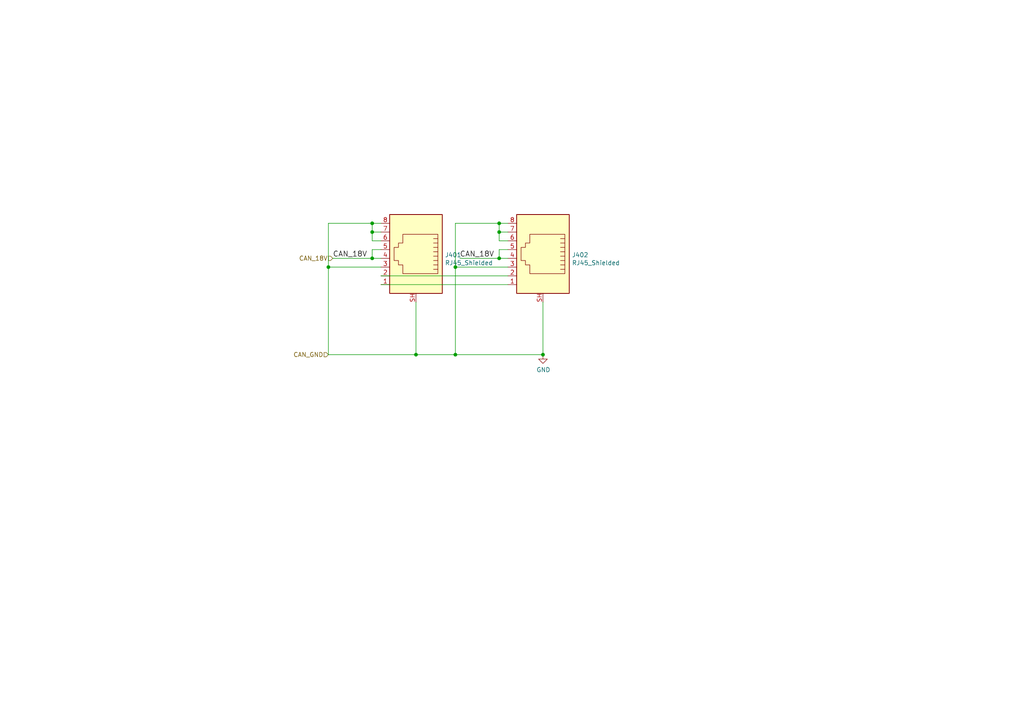
<source format=kicad_sch>
(kicad_sch (version 20211123) (generator eeschema)
  (paper "A4")
  (lib_symbols
    (symbol "Connector:RJ45_Shielded" (pin_names (offset 1.016))
      (property "Reference" "J" (at -5.08 13.97 0))
      (property "Value" "RJ45_Shielded" (at 2.54 13.97 0))
      (symbol "RJ45_Shielded_0_1"
        (polyline (pts (xy -5.08 4.445) (xy -6.35 4.445)))
        (polyline (pts (xy -5.08 5.715) (xy -6.35 5.715)))
        (polyline (pts (xy -6.35 -3.175) (xy -5.08 -3.175) (xy -5.08 -3.175)))
        (polyline (pts (xy -6.35 -1.905) (xy -5.08 -1.905) (xy -5.08 -1.905)))
        (polyline (pts (xy -6.35 -0.635) (xy -5.08 -0.635) (xy -5.08 -0.635)))
        (polyline (pts (xy -6.35 0.635) (xy -5.08 0.635) (xy -5.08 0.635)))
        (polyline (pts (xy -6.35 1.905) (xy -5.08 1.905) (xy -5.08 1.905)))
        (polyline (pts (xy -5.08 3.175) (xy -6.35 3.175) (xy -6.35 3.175)))
        (polyline (pts (xy -6.35 -4.445) (xy -6.35 6.985) (xy 3.81 6.985) (xy 3.81 4.445) (xy 5.08 4.445) (xy 5.08 3.175) (xy 6.35 3.175) (xy 6.35 -0.635) (xy 5.08 -0.635) (xy 5.08 -1.905) (xy 3.81 -1.905) (xy 3.81 -4.445) (xy -6.35 -4.445) (xy -6.35 -4.445)))
        (rectangle (start 7.62 12.7) (end -7.62 -10.16) (stroke (width 0.254)) (fill (type background)))
      )
      (symbol "RJ45_Shielded_1_1"
        (pin passive line (at 10.16 -7.62 180) (length 2.54) (name "~") (number "1"))
        (pin passive line (at 10.16 -5.08 180) (length 2.54) (name "~") (number "2"))
        (pin passive line (at 10.16 -2.54 180) (length 2.54) (name "~") (number "3"))
        (pin passive line (at 10.16 0 180) (length 2.54) (name "~") (number "4"))
        (pin passive line (at 10.16 2.54 180) (length 2.54) (name "~") (number "5"))
        (pin passive line (at 10.16 5.08 180) (length 2.54) (name "~") (number "6"))
        (pin passive line (at 10.16 7.62 180) (length 2.54) (name "~") (number "7"))
        (pin passive line (at 10.16 10.16 180) (length 2.54) (name "~") (number "8"))
        (pin passive line (at 0 -12.7 90) (length 2.54) (name "~") (number "SH"))
      )
    )
    (symbol "fonte_18V-rescue:GND-power" (power) (pin_names (offset 0))
      (property "Value" "GND-power" (at 0 -3.81 0))
      (symbol "GND-power_0_1"
        (polyline (pts (xy 0 0) (xy 0 -1.27) (xy 1.27 -1.27) (xy 0 -2.54) (xy -1.27 -1.27) (xy 0 -1.27)))
      )
      (symbol "GND-power_1_1"
        (pin power_in line (at 0 0 270) (length 0) hide (name "GND") (number "1"))
      )
    )
  )
  (junction (at 144.78 67.31))
  (junction (at 107.95 67.31))
  (junction (at 132.08 102.87))
  (junction (at 107.95 64.77))
  (junction (at 132.08 77.47))
  (junction (at 107.95 74.93))
  (junction (at 144.78 74.93))
  (junction (at 120.65 102.87))
  (junction (at 157.48 102.87))
  (junction (at 95.25 77.47))
  (junction (at 144.78 64.77))
  (wire (pts (xy 144.78 67.31) (xy 144.78 64.77)))
  (wire (pts (xy 95.25 64.77) (xy 95.25 77.47)))
  (wire (pts (xy 95.25 77.47) (xy 95.25 102.87)))
  (wire (pts (xy 120.65 102.87) (xy 132.08 102.87)))
  (wire (pts (xy 132.08 77.47) (xy 147.32 77.47)))
  (wire (pts (xy 147.32 67.31) (xy 144.78 67.31)))
  (wire (pts (xy 110.49 80.01) (xy 147.32 80.01)))
  (wire (pts (xy 110.49 72.39) (xy 107.95 72.39)))
  (wire (pts (xy 110.49 82.55) (xy 147.32 82.55)))
  (wire (pts (xy 107.95 67.31) (xy 107.95 64.77)))
  (wire (pts (xy 147.32 64.77) (xy 144.78 64.77)))
  (wire (pts (xy 132.08 102.87) (xy 157.48 102.87)))
  (wire (pts (xy 132.08 64.77) (xy 132.08 77.47)))
  (wire (pts (xy 144.78 69.85) (xy 144.78 67.31)))
  (wire (pts (xy 107.95 69.85) (xy 107.95 67.31)))
  (wire (pts (xy 133.35 74.93) (xy 144.78 74.93)))
  (wire (pts (xy 110.49 69.85) (xy 107.95 69.85)))
  (wire (pts (xy 144.78 64.77) (xy 132.08 64.77)))
  (wire (pts (xy 96.52 74.93) (xy 107.95 74.93)))
  (wire (pts (xy 107.95 74.93) (xy 110.49 74.93)))
  (wire (pts (xy 157.48 102.87) (xy 157.48 87.63)))
  (wire (pts (xy 144.78 74.93) (xy 147.32 74.93)))
  (wire (pts (xy 147.32 72.39) (xy 144.78 72.39)))
  (wire (pts (xy 107.95 72.39) (xy 107.95 74.93)))
  (wire (pts (xy 95.25 102.87) (xy 120.65 102.87)))
  (wire (pts (xy 110.49 67.31) (xy 107.95 67.31)))
  (wire (pts (xy 120.65 102.87) (xy 120.65 87.63)))
  (wire (pts (xy 107.95 64.77) (xy 95.25 64.77)))
  (wire (pts (xy 132.08 77.47) (xy 132.08 102.87)))
  (wire (pts (xy 110.49 64.77) (xy 107.95 64.77)))
  (wire (pts (xy 95.25 77.47) (xy 110.49 77.47)))
  (wire (pts (xy 147.32 69.85) (xy 144.78 69.85)))
  (wire (pts (xy 144.78 72.39) (xy 144.78 74.93)))
  (label "CAN_18V" (at 96.52 74.93 0) (effects (font (size 1.524 1.524))))
  (label "CAN_18V" (at 133.35 74.93 0) (effects (font (size 1.524 1.524))))
  (hierarchical_label "CAN_GND" (shape input) (at 95.25 102.87 180))
  (hierarchical_label "CAN_18V" (shape input) (at 96.52 74.93 180))
  (symbol (lib_id "Connector:RJ45_Shielded") (at 120.65 74.93 0) (mirror y) (unit 1)
    (property "Reference" "J401" (at 129.032 73.9394 0) (effects (justify right)))
    (property "Value" "RJ45_Shielded" (at 129.032 76.2508 0) (effects (justify right)))
    (property "Footprint" "KicadZeniteSolarLibrary18:RJ45_YH59_01" (effects hide))
  )
  (symbol (lib_id "fonte_18V-rescue:GND-power") (at 157.48 102.87 0) (unit 1)
    (property "Reference" "#PWR0110" (effects hide))
    (property "Value" "GND" (at 157.607 107.2642 0))
  )
  (symbol (lib_id "Connector:RJ45_Shielded") (at 157.48 74.93 0) (mirror y) (unit 1)
    (property "Reference" "J402" (at 165.862 73.9394 0) (effects (justify right)))
    (property "Value" "RJ45_Shielded" (at 165.862 76.2508 0) (effects (justify right)))
    (property "Footprint" "KicadZeniteSolarLibrary18:RJ45_YH59_01" (effects hide))
  )
)
</source>
